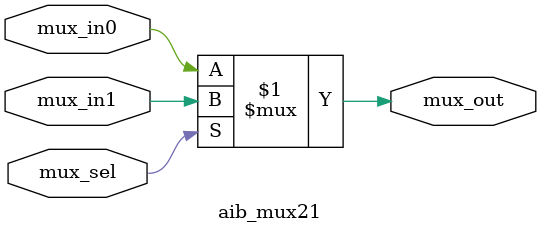
<source format=v>

module aib_mux21
    (
    input  wire              mux_in0,     // mux in 0
    input  wire              mux_in1,     // mux in 1
    input  wire              mux_sel,     // mux selector
    output  wire             mux_out      // mux out
     );

    assign mux_out = mux_sel ? mux_in1 : mux_in0;

endmodule 

</source>
